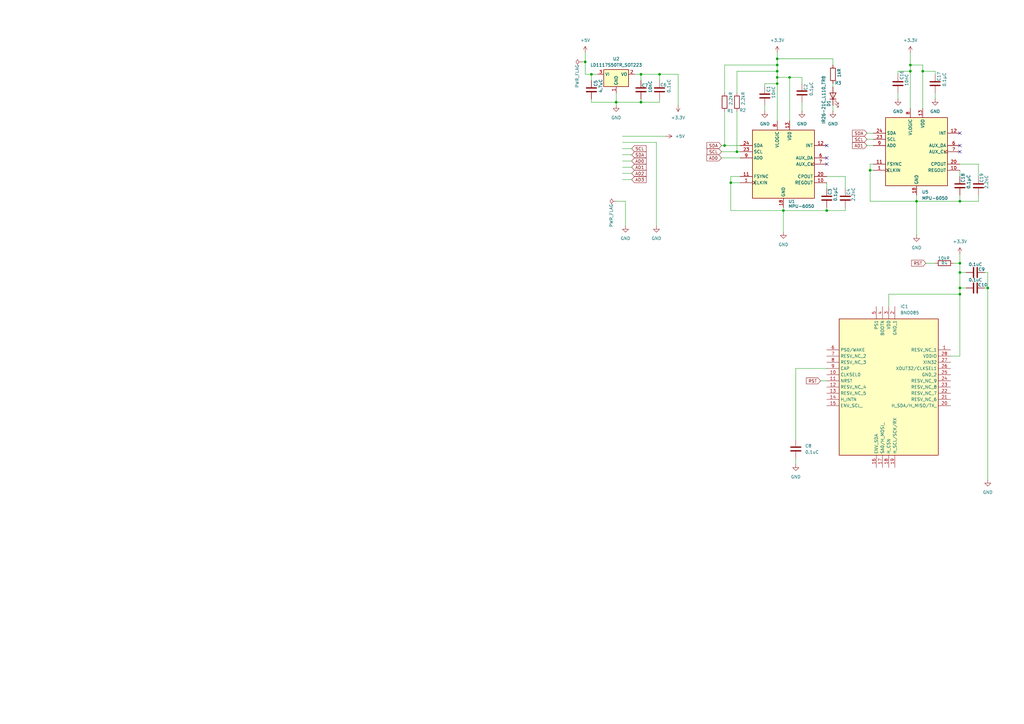
<source format=kicad_sch>
(kicad_sch (version 20231120) (generator "eeschema") (generator_version "8.0")
  (paper "A3")
  (lib_symbols
    (symbol "BNO085:BNO085"
      (property "Reference" "IC" (at 46.99 17.78 0))
      (property "Value" "BNO085" (at 46.99 15.24 0))
      (symbol "BNO085_1_1"
        (rectangle (start 5.08 12.7) (end 45.72 -43.18) (stroke (width 0.254)) (fill (type background)))
        (pin passive line (at 50.8 0 180) (length 5.08) (name "RESV_NC_1") (number "1"))
        (pin passive line (at 0 -10.16 0) (length 5.08) (name "CLKSEL0") (number "10"))
        (pin passive line (at 0 -12.7 0) (length 5.08) (name "NRST") (number "11"))
        (pin passive line (at 0 -15.24 0) (length 5.08) (name "RESV_NC_4") (number "12"))
        (pin passive line (at 0 -17.78 0) (length 5.08) (name "RESV_NC_5") (number "13"))
        (pin passive line (at 0 -20.32 0) (length 5.08) (name "H_INTN") (number "14"))
        (pin passive line (at 0 -22.86 0) (length 5.08) (name "ENV_SCL_") (number "15"))
        (pin passive line (at 20.32 -48.26 90) (length 5.08) (name "ENV_SDA") (number "16"))
        (pin passive line (at 22.86 -48.26 90) (length 5.08) (name "SA0/H_MOSI_") (number "17"))
        (pin passive line (at 25.4 -48.26 90) (length 5.08) (name "H_CSN") (number "18"))
        (pin passive line (at 27.94 -48.26 90) (length 5.08) (name "H_SCL/SCK/RX") (number "19"))
        (pin passive line (at 27.94 17.78 270) (length 5.08) (name "GND_1") (number "2"))
        (pin passive line (at 50.8 -22.86 180) (length 5.08) (name "H_SDA/H_MISO/TX_") (number "20"))
        (pin passive line (at 50.8 -20.32 180) (length 5.08) (name "RESV_NC_6") (number "21"))
        (pin passive line (at 50.8 -17.78 180) (length 5.08) (name "RESV_NC_7") (number "22"))
        (pin passive line (at 50.8 -15.24 180) (length 5.08) (name "RESV_NC_8") (number "23"))
        (pin passive line (at 50.8 -12.7 180) (length 5.08) (name "RESV_NC_9") (number "24"))
        (pin passive line (at 50.8 -10.16 180) (length 5.08) (name "GND_2") (number "25"))
        (pin passive line (at 50.8 -7.62 180) (length 5.08) (name "XOUT32/CLKSEL1") (number "26"))
        (pin passive line (at 50.8 -5.08 180) (length 5.08) (name "XIN32") (number "27"))
        (pin passive line (at 50.8 -2.54 180) (length 5.08) (name "VDDIO") (number "28"))
        (pin passive line (at 25.4 17.78 270) (length 5.08) (name "VDD") (number "3"))
        (pin passive line (at 22.86 17.78 270) (length 5.08) (name "BOOTN") (number "4"))
        (pin passive line (at 20.32 17.78 270) (length 5.08) (name "PS1") (number "5"))
        (pin passive line (at 0 0 0) (length 5.08) (name "PS0/WAKE") (number "6"))
        (pin passive line (at 0 -2.54 0) (length 5.08) (name "RESV_NC_2") (number "7"))
        (pin passive line (at 0 -5.08 0) (length 5.08) (name "RESV_NC_3") (number "8"))
        (pin passive line (at 0 -7.62 0) (length 5.08) (name "CAP") (number "9"))
      )
    )
    (symbol "Device:C" (pin_numbers hide) (pin_names (offset 0.254))
      (property "Reference" "C" (at 0.635 2.54 0))
      (property "Value" "C" (at 0.635 -2.54 0))
      (symbol "C_0_1"
        (polyline (pts (xy -2.032 -0.762) (xy 2.032 -0.762)) (stroke (width 0.508)))
        (polyline (pts (xy -2.032 0.762) (xy 2.032 0.762)) (stroke (width 0.508)))
      )
      (symbol "C_1_1"
        (pin passive line (at 0 3.81 270) (length 2.794) (name "~") (number "1"))
        (pin passive line (at 0 -3.81 90) (length 2.794) (name "~") (number "2"))
      )
    )
    (symbol "Device:R" (pin_numbers hide) (pin_names (offset 0))
      (property "Reference" "R" (at 2.032 0 90))
      (property "Value" "R" (at 0 0 90))
      (symbol "R_0_1"
        (rectangle (start -1.016 -2.54) (end 1.016 2.54) (stroke (width 0.254)))
      )
      (symbol "R_1_1"
        (pin passive line (at 0 3.81 270) (length 1.27) (name "~") (number "1"))
        (pin passive line (at 0 -3.81 90) (length 1.27) (name "~") (number "2"))
      )
    )
    (symbol "LED:IR26-21C_L110_TR8" (pin_numbers hide) (pin_names (offset 1.016) hide)
      (property "Reference" "D" (at 0 2.54 0))
      (property "Value" "IR26-21C_L110_TR8" (at 0 -3.81 0))
      (symbol "IR26-21C_L110_TR8_0_1"
        (polyline (pts (xy -1.27 -1.27) (xy -1.27 1.27)) (stroke (width 0.254)))
        (polyline (pts (xy -1.27 0) (xy 1.27 0)))
        (polyline (pts (xy 1.27 -1.27) (xy 1.27 1.27) (xy -1.27 0) (xy 1.27 -1.27)) (stroke (width 0.254)))
        (polyline (pts (xy -3.048 -0.762) (xy -4.572 -2.286) (xy -3.81 -2.286) (xy -4.572 -2.286) (xy -4.572 -1.524)))
        (polyline (pts (xy -1.778 -0.762) (xy -3.302 -2.286) (xy -2.54 -2.286) (xy -3.302 -2.286) (xy -3.302 -1.524)))
      )
      (symbol "IR26-21C_L110_TR8_1_1"
        (pin passive line (at -3.81 0 0) (length 2.54) (name "K") (number "1"))
        (pin passive line (at 3.81 0 180) (length 2.54) (name "A") (number "2"))
      )
    )
    (symbol "Regulator_Linear:LD1117S50TR_SOT223"
      (property "Reference" "U" (at -3.81 3.175 0))
      (property "Value" "LD1117S50TR_SOT223" (at 0 3.175 0))
      (symbol "LD1117S50TR_SOT223_0_1"
        (rectangle (start -5.08 -5.08) (end 5.08 1.905) (stroke (width 0.254)) (fill (type background)))
      )
      (symbol "LD1117S50TR_SOT223_1_1"
        (pin power_in line (at 0 -7.62 90) (length 2.54) (name "GND") (number "1"))
        (pin power_out line (at 7.62 0 180) (length 2.54) (name "VO") (number "2"))
        (pin power_in line (at -7.62 0 0) (length 2.54) (name "VI") (number "3"))
      )
    )
    (symbol "Sensor_Motion:MPU-6050"
      (property "Reference" "U" (at -11.43 13.97 0))
      (property "Value" "MPU-6050" (at 7.62 -15.24 0))
      (symbol "MPU-6050_0_0"
        (text "" (at 12.7 -2.54 0) (effects (font (size 1.27 1.27))))
      )
      (symbol "MPU-6050_0_1"
        (rectangle (start -12.7 13.97) (end 12.7 -13.97) (stroke (width 0.254)) (fill (type background)))
      )
      (symbol "MPU-6050_1_1"
        (pin input clock (at -17.78 -7.62 0) (length 5.08) (name "CLKIN") (number "1"))
        (pin passive line (at 17.78 -7.62 180) (length 5.08) (name "REGOUT") (number "10"))
        (pin input line (at -17.78 -5.08 0) (length 5.08) (name "FSYNC") (number "11"))
        (pin output line (at 17.78 7.62 180) (length 5.08) (name "INT") (number "12"))
        (pin power_in line (at 2.54 17.78 270) (length 3.81) (name "VDD") (number "13"))
        (pin no_connect line (at -12.7 -10.16 0) (length 2.54) hide (name "NC") (number "14"))
        (pin no_connect line (at 12.7 12.7 180) (length 2.54) hide (name "NC") (number "15"))
        (pin no_connect line (at 12.7 10.16 180) (length 2.54) hide (name "NC") (number "16"))
        (pin no_connect line (at 12.7 5.08 180) (length 2.54) hide (name "NC") (number "17"))
        (pin power_in line (at 0 -17.78 90) (length 3.81) (name "GND") (number "18"))
        (pin no_connect line (at 12.7 -10.16 180) (length 2.54) hide (name "RESV") (number "19"))
        (pin no_connect line (at -12.7 12.7 0) (length 2.54) hide (name "NC") (number "2"))
        (pin passive line (at 17.78 -5.08 180) (length 5.08) (name "CPOUT") (number "20"))
        (pin no_connect line (at 12.7 -2.54 180) (length 2.54) hide (name "RESV") (number "21"))
        (pin no_connect line (at 12.7 -12.7 180) (length 2.54) hide (name "RESV") (number "22"))
        (pin input line (at -17.78 5.08 0) (length 5.08) (name "SCL") (number "23"))
        (pin bidirectional line (at -17.78 7.62 0) (length 5.08) (name "SDA") (number "24"))
        (pin no_connect line (at -12.7 10.16 0) (length 2.54) hide (name "NC") (number "3"))
        (pin no_connect line (at -12.7 0 0) (length 2.54) hide (name "NC") (number "4"))
        (pin no_connect line (at -12.7 -2.54 0) (length 2.54) hide (name "NC") (number "5"))
        (pin bidirectional line (at 17.78 2.54 180) (length 5.08) (name "AUX_DA") (number "6"))
        (pin output clock (at 17.78 0 180) (length 5.08) (name "AUX_CL") (number "7"))
        (pin power_in line (at -2.54 17.78 270) (length 3.81) (name "VLOGIC") (number "8"))
        (pin input line (at -17.78 2.54 0) (length 5.08) (name "AD0") (number "9"))
      )
    )
    (symbol "power:+3.3V" (power) (pin_numbers hide) (pin_names (offset 0) hide)
      (property "Value" "+3.3V" (at 0 3.556 0))
      (symbol "+3.3V_0_1"
        (polyline (pts (xy -0.762 1.27) (xy 0 2.54)))
        (polyline (pts (xy 0 0) (xy 0 2.54)))
        (polyline (pts (xy 0 2.54) (xy 0.762 1.27)))
      )
      (symbol "+3.3V_1_1"
        (pin power_in line (at 0 0 90) (length 0) (name "~") (number "1"))
      )
    )
    (symbol "power:+5V" (power) (pin_numbers hide) (pin_names (offset 0) hide)
      (property "Value" "+5V" (at 0 3.556 0))
      (symbol "+5V_0_1"
        (polyline (pts (xy -0.762 1.27) (xy 0 2.54)))
        (polyline (pts (xy 0 0) (xy 0 2.54)))
        (polyline (pts (xy 0 2.54) (xy 0.762 1.27)))
      )
      (symbol "+5V_1_1"
        (pin power_in line (at 0 0 90) (length 0) (name "~") (number "1"))
      )
    )
    (symbol "power:GND" (power) (pin_numbers hide) (pin_names (offset 0) hide)
      (property "Value" "GND" (at 0 -3.81 0))
      (symbol "GND_0_1"
        (polyline (pts (xy 0 0) (xy 0 -1.27) (xy 1.27 -1.27) (xy 0 -2.54) (xy -1.27 -1.27) (xy 0 -1.27)))
      )
      (symbol "GND_1_1"
        (pin power_in line (at 0 0 270) (length 0) (name "~") (number "1"))
      )
    )
    (symbol "power:PWR_FLAG" (power) (pin_numbers hide) (pin_names (offset 0) hide)
      (property "Value" "PWR_FLAG" (at 0 3.81 0))
      (symbol "PWR_FLAG_0_0"
        (pin power_out line (at 0 0 90) (length 0) (name "~") (number "1"))
      )
      (symbol "PWR_FLAG_0_1"
        (polyline (pts (xy 0 0) (xy 0 1.27) (xy -1.016 1.905) (xy 0 2.54) (xy 1.016 1.905) (xy 0 1.27)))
      )
    )
  )
  (junction (at 302.26 62.23))
  (junction (at 323.85 31.75))
  (junction (at 318.77 29.21))
  (junction (at 393.7 120.65))
  (junction (at 373.38 29.21))
  (junction (at 378.46 29.21))
  (junction (at 373.38 26.67))
  (junction (at 262.89 30.48))
  (junction (at 318.77 24.13))
  (junction (at 405.13 118.11))
  (junction (at 318.77 26.67))
  (junction (at 339.09 86.36))
  (junction (at 299.72 74.93))
  (junction (at 321.31 86.36))
  (junction (at 393.7 111.76))
  (junction (at 318.77 31.75))
  (junction (at 393.7 118.11))
  (junction (at 242.57 30.48))
  (junction (at 297.18 59.69))
  (junction (at 375.92 82.55))
  (junction (at 270.51 30.48))
  (junction (at 252.73 41.91))
  (junction (at 240.03 25.4))
  (junction (at 356.87 69.85))
  (junction (at 318.77 34.29))
  (junction (at 393.7 82.55))
  (junction (at 393.7 107.95))
  (junction (at 262.89 41.91))
  (no_connect (at 339.09 67.31))
  (no_connect (at 393.7 54.61))
  (no_connect (at 393.7 62.23))
  (no_connect (at 339.09 64.77))
  (no_connect (at 339.09 59.69))
  (no_connect (at 393.7 59.69))
  (wire (pts (xy 356.87 69.85) (xy 358.14 69.85)))
  (wire (pts (xy 260.35 30.48) (xy 262.89 30.48)))
  (wire (pts (xy 379.73 107.95) (xy 383.54 107.95)))
  (wire (pts (xy 313.69 35.56) (xy 313.69 34.29)))
  (wire (pts (xy 302.26 45.72) (xy 302.26 62.23)))
  (wire (pts (xy 270.51 40.64) (xy 270.51 41.91)))
  (wire (pts (xy 405.13 118.11) (xy 403.86 118.11)))
  (wire (pts (xy 297.18 38.1) (xy 297.18 26.67)))
  (wire (pts (xy 255.27 68.58) (xy 259.08 68.58)))
  (wire (pts (xy 242.57 30.48) (xy 245.11 30.48)))
  (wire (pts (xy 393.7 104.14) (xy 393.7 107.95)))
  (wire (pts (xy 346.71 86.36) (xy 339.09 86.36)))
  (wire (pts (xy 328.93 41.91) (xy 328.93 45.72)))
  (wire (pts (xy 252.73 41.91) (xy 252.73 43.18)))
  (wire (pts (xy 262.89 41.91) (xy 270.51 41.91)))
  (wire (pts (xy 393.7 80.01) (xy 393.7 82.55)))
  (wire (pts (xy 401.32 82.55) (xy 393.7 82.55)))
  (wire (pts (xy 373.38 21.59) (xy 373.38 26.67)))
  (wire (pts (xy 373.38 26.67) (xy 378.46 26.67)))
  (wire (pts (xy 355.6 59.69) (xy 358.14 59.69)))
  (wire (pts (xy 321.31 86.36) (xy 321.31 95.25)))
  (wire (pts (xy 242.57 30.48) (xy 242.57 33.02)))
  (wire (pts (xy 328.93 34.29) (xy 328.93 31.75)))
  (wire (pts (xy 299.72 74.93) (xy 299.72 86.36)))
  (wire (pts (xy 339.09 74.93) (xy 339.09 77.47)))
  (wire (pts (xy 393.7 111.76) (xy 393.7 118.11)))
  (wire (pts (xy 313.69 34.29) (xy 318.77 34.29)))
  (wire (pts (xy 252.73 82.55) (xy 256.54 82.55)))
  (wire (pts (xy 302.26 29.21) (xy 318.77 29.21)))
  (wire (pts (xy 405.13 118.11) (xy 405.13 196.85)))
  (wire (pts (xy 383.54 29.21) (xy 378.46 29.21)))
  (wire (pts (xy 242.57 40.64) (xy 242.57 41.91)))
  (wire (pts (xy 393.7 118.11) (xy 393.7 120.65)))
  (wire (pts (xy 318.77 34.29) (xy 318.77 49.53)))
  (wire (pts (xy 255.27 63.5) (xy 259.08 63.5)))
  (wire (pts (xy 238.76 25.4) (xy 240.03 25.4)))
  (wire (pts (xy 252.73 41.91) (xy 262.89 41.91)))
  (wire (pts (xy 368.3 30.48) (xy 368.3 29.21)))
  (wire (pts (xy 302.26 62.23) (xy 303.53 62.23)))
  (wire (pts (xy 393.7 146.05) (xy 389.89 146.05)))
  (wire (pts (xy 355.6 57.15) (xy 358.14 57.15)))
  (wire (pts (xy 383.54 30.48) (xy 383.54 29.21)))
  (wire (pts (xy 341.63 34.29) (xy 341.63 35.56)))
  (wire (pts (xy 356.87 67.31) (xy 356.87 69.85)))
  (wire (pts (xy 270.51 30.48) (xy 278.13 30.48)))
  (wire (pts (xy 269.24 58.42) (xy 269.24 92.71)))
  (wire (pts (xy 262.89 30.48) (xy 262.89 33.02)))
  (wire (pts (xy 393.7 107.95) (xy 393.7 111.76)))
  (wire (pts (xy 262.89 30.48) (xy 270.51 30.48)))
  (wire (pts (xy 318.77 26.67) (xy 318.77 29.21)))
  (wire (pts (xy 368.3 29.21) (xy 373.38 29.21)))
  (wire (pts (xy 393.7 120.65) (xy 364.49 120.65)))
  (wire (pts (xy 378.46 26.67) (xy 378.46 29.21)))
  (wire (pts (xy 240.03 21.59) (xy 240.03 25.4)))
  (wire (pts (xy 295.91 62.23) (xy 302.26 62.23)))
  (wire (pts (xy 393.7 118.11) (xy 396.24 118.11)))
  (wire (pts (xy 326.39 151.13) (xy 339.09 151.13)))
  (wire (pts (xy 339.09 85.09) (xy 339.09 86.36)))
  (wire (pts (xy 356.87 82.55) (xy 375.92 82.55)))
  (wire (pts (xy 346.71 85.09) (xy 346.71 86.36)))
  (wire (pts (xy 368.3 38.1) (xy 368.3 40.64)))
  (wire (pts (xy 405.13 111.76) (xy 405.13 118.11)))
  (wire (pts (xy 318.77 21.59) (xy 318.77 24.13)))
  (wire (pts (xy 240.03 30.48) (xy 242.57 30.48)))
  (wire (pts (xy 297.18 26.67) (xy 318.77 26.67)))
  (wire (pts (xy 321.31 85.09) (xy 321.31 86.36)))
  (wire (pts (xy 270.51 30.48) (xy 270.51 33.02)))
  (wire (pts (xy 346.71 72.39) (xy 346.71 77.47)))
  (wire (pts (xy 326.39 187.96) (xy 326.39 190.5)))
  (wire (pts (xy 318.77 24.13) (xy 318.77 26.67)))
  (wire (pts (xy 297.18 59.69) (xy 303.53 59.69)))
  (wire (pts (xy 302.26 38.1) (xy 302.26 29.21)))
  (wire (pts (xy 321.31 86.36) (xy 339.09 86.36)))
  (wire (pts (xy 297.18 45.72) (xy 297.18 59.69)))
  (wire (pts (xy 393.7 69.85) (xy 393.7 72.39)))
  (wire (pts (xy 295.91 64.77) (xy 303.53 64.77)))
  (wire (pts (xy 373.38 29.21) (xy 373.38 44.45)))
  (wire (pts (xy 403.86 111.76) (xy 405.13 111.76)))
  (wire (pts (xy 393.7 120.65) (xy 393.7 146.05)))
  (wire (pts (xy 401.32 67.31) (xy 401.32 72.39)))
  (wire (pts (xy 341.63 24.13) (xy 341.63 26.67)))
  (wire (pts (xy 240.03 25.4) (xy 240.03 30.48)))
  (wire (pts (xy 375.92 82.55) (xy 393.7 82.55)))
  (wire (pts (xy 299.72 74.93) (xy 303.53 74.93)))
  (wire (pts (xy 391.16 107.95) (xy 393.7 107.95)))
  (wire (pts (xy 393.7 111.76) (xy 396.24 111.76)))
  (wire (pts (xy 255.27 55.88) (xy 273.05 55.88)))
  (wire (pts (xy 242.57 41.91) (xy 252.73 41.91)))
  (wire (pts (xy 295.91 59.69) (xy 297.18 59.69)))
  (wire (pts (xy 339.09 72.39) (xy 346.71 72.39)))
  (wire (pts (xy 318.77 24.13) (xy 341.63 24.13)))
  (wire (pts (xy 401.32 80.01) (xy 401.32 82.55)))
  (wire (pts (xy 252.73 38.1) (xy 252.73 41.91)))
  (wire (pts (xy 255.27 66.04) (xy 259.08 66.04)))
  (wire (pts (xy 355.6 54.61) (xy 358.14 54.61)))
  (wire (pts (xy 299.72 72.39) (xy 299.72 74.93)))
  (wire (pts (xy 378.46 29.21) (xy 378.46 44.45)))
  (wire (pts (xy 328.93 31.75) (xy 323.85 31.75)))
  (wire (pts (xy 326.39 180.34) (xy 326.39 151.13)))
  (wire (pts (xy 255.27 58.42) (xy 269.24 58.42)))
  (wire (pts (xy 318.77 29.21) (xy 318.77 31.75)))
  (wire (pts (xy 393.7 67.31) (xy 401.32 67.31)))
  (wire (pts (xy 364.49 120.65) (xy 364.49 125.73)))
  (wire (pts (xy 323.85 31.75) (xy 323.85 49.53)))
  (wire (pts (xy 255.27 73.66) (xy 259.08 73.66)))
  (wire (pts (xy 373.38 26.67) (xy 373.38 29.21)))
  (wire (pts (xy 278.13 30.48) (xy 278.13 43.18)))
  (wire (pts (xy 262.89 40.64) (xy 262.89 41.91)))
  (wire (pts (xy 255.27 71.12) (xy 259.08 71.12)))
  (wire (pts (xy 341.63 43.18) (xy 341.63 45.72)))
  (wire (pts (xy 336.55 156.21) (xy 339.09 156.21)))
  (wire (pts (xy 299.72 86.36) (xy 321.31 86.36)))
  (wire (pts (xy 256.54 82.55) (xy 256.54 92.71)))
  (wire (pts (xy 383.54 38.1) (xy 383.54 40.64)))
  (wire (pts (xy 318.77 31.75) (xy 318.77 34.29)))
  (wire (pts (xy 356.87 69.85) (xy 356.87 82.55)))
  (wire (pts (xy 375.92 82.55) (xy 375.92 96.52)))
  (wire (pts (xy 313.69 43.18) (xy 313.69 45.72)))
  (wire (pts (xy 255.27 60.96) (xy 259.08 60.96)))
  (wire (pts (xy 303.53 72.39) (xy 299.72 72.39)))
  (wire (pts (xy 358.14 67.31) (xy 356.87 67.31)))
  (wire (pts (xy 375.92 80.01) (xy 375.92 82.55)))
  (wire (pts (xy 318.77 31.75) (xy 323.85 31.75)))
  (global_label "AD1" (shape input) (at 259.08 68.58 0) (property "Intersheetrefs" "${INTERSHEET_REFS}" (effects (hide yes))))
  (global_label "SDA" (shape input) (at 259.08 63.5 0) (property "Intersheetrefs" "${INTERSHEET_REFS}" (effects (hide yes))))
  (global_label "SCL" (shape input) (at 259.08 60.96 0) (property "Intersheetrefs" "${INTERSHEET_REFS}" (effects (hide yes))))
  (global_label "RST" (shape input) (at 379.73 107.95 180) (property "Intersheetrefs" "${INTERSHEET_REFS}" (effects (hide yes))))
  (global_label "AD0" (shape input) (at 295.91 64.77 180) (property "Intersheetrefs" "${INTERSHEET_REFS}" (effects (hide yes))))
  (global_label "AD0" (shape input) (at 259.08 66.04 0) (property "Intersheetrefs" "${INTERSHEET_REFS}" (effects (hide yes))))
  (global_label "SCL" (shape input) (at 355.6 57.15 180) (property "Intersheetrefs" "${INTERSHEET_REFS}" (effects (hide yes))))
  (global_label "SCL" (shape input) (at 295.91 62.23 180) (property "Intersheetrefs" "${INTERSHEET_REFS}" (effects (hide yes))))
  (global_label "SDA" (shape input) (at 355.6 54.61 180) (property "Intersheetrefs" "${INTERSHEET_REFS}" (effects (hide yes))))
  (global_label "AD2" (shape input) (at 259.08 71.12 0) (property "Intersheetrefs" "${INTERSHEET_REFS}" (effects (hide yes))))
  (global_label "AD1" (shape input) (at 355.6 59.69 180) (property "Intersheetrefs" "${INTERSHEET_REFS}" (effects (hide yes))))
  (global_label "SDA" (shape input) (at 295.91 59.69 180) (property "Intersheetrefs" "${INTERSHEET_REFS}" (effects (hide yes))))
  (global_label "RST" (shape input) (at 336.55 156.21 180) (property "Intersheetrefs" "${INTERSHEET_REFS}" (effects (hide yes))))
  (global_label "AD3" (shape input) (at 259.08 73.66 0) (property "Intersheetrefs" "${INTERSHEET_REFS}" (effects (hide yes))))
  (symbol (lib_id "Sensor_Motion:MPU-6050") (at 375.92 62.23 0) (unit 1)
    (property "Reference" "U5" (at 378.1141 78.74 0) (effects (justify left)))
    (property "Value" "MPU-6050" (at 378.1141 81.28 0) (effects (justify left)))
    (property "Footprint" "Sensor_Motion:InvenSense_QFN-24_4x4mm_P0.5mm" (effects (hide yes)))
    (property "Datasheet" "https://invensense.tdk.com/wp-content/uploads/2015/02/MPU-6000-Datasheet1.pdf" (effects (hide yes)))
    (property "Description" "InvenSense 6-Axis Motion Sensor, Gyroscope, Accelerometer, I2C" (effects (hide yes)))
  )
  (symbol (lib_id "power:GND") (at 269.24 92.71 0) (unit 1)
    (property "Reference" "#PWR011" (effects (hide yes)))
    (property "Value" "GND" (at 269.24 97.79 0))
    (property "Description" "Power symbol creates a global label with name \"GND\" , ground" (effects (hide yes)))
  )
  (symbol (lib_id "LED:IR26-21C_L110_TR8") (at 341.63 39.37 90) (unit 1)
    (property "Reference" "D1" (at 339.852 42.418 0))
    (property "Value" "IR26-21C_L110_TR8" (at 337.82 40.9575 0))
    (property "Footprint" "LED_SMD:LED_1206_3216Metric" (effects (hide yes)))
    (property "Datasheet" "http://www.everlight.com/file/ProductFile/IR26-21C-L110-TR8.pdf" (effects (hide yes)))
    (property "Description" "940nm, 20 deg, Infrared LED, 1206" (effects (hide yes)))
  )
  (symbol (lib_id "Sensor_Motion:MPU-6050") (at 321.31 67.31 0) (unit 1)
    (property "Reference" "U1" (at 323.342 82.55 0) (effects (justify left)))
    (property "Value" "MPU-6050" (at 323.342 84.582 0) (effects (justify left)))
    (property "Footprint" "Sensor_Motion:InvenSense_QFN-24_4x4mm_P0.5mm" (effects (hide yes)))
    (property "Datasheet" "https://invensense.tdk.com/wp-content/uploads/2015/02/MPU-6000-Datasheet1.pdf" (effects (hide yes)))
    (property "Description" "InvenSense 6-Axis Motion Sensor, Gyroscope, Accelerometer, I2C" (effects (hide yes)))
  )
  (symbol (lib_id "power:GND") (at 341.63 45.72 0) (unit 1)
    (property "Reference" "#PWR07" (effects (hide yes)))
    (property "Value" "GND" (at 341.63 50.8 0))
    (property "Description" "Power symbol creates a global label with name \"GND\" , ground" (effects (hide yes)))
  )
  (symbol (lib_id "Device:C") (at 346.71 81.28 0) (unit 1)
    (property "Reference" "C4" (at 347.98 80.01 90) (effects (justify left)))
    (property "Value" "2.2nC" (at 350.012 82.55 90) (effects (justify left)))
    (property "Footprint" "Capacitor_SMD:C_0603_1608Metric_Pad1.08x0.95mm_HandSolder" (effects (hide yes)))
    (property "Description" "Unpolarized capacitor" (effects (hide yes)))
  )
  (symbol (lib_id "Device:C") (at 270.51 36.83 0) (unit 1)
    (property "Reference" "C6" (at 270.764 34.798 0) (effects (justify left)))
    (property "Value" "0.1uC" (at 274.32 38.0999 90) (effects (justify left)))
    (property "Footprint" "Capacitor_SMD:C_0603_1608Metric_Pad1.08x0.95mm_HandSolder" (effects (hide yes)))
    (property "Description" "Unpolarized capacitor" (effects (hide yes)))
  )
  (symbol (lib_id "Device:C") (at 400.05 111.76 270) (unit 1)
    (property "Reference" "C9" (at 402.59 110.49 90))
    (property "Value" "0.1uC" (at 400.05 108.458 90))
    (property "Description" "Unpolarized capacitor" (effects (hide yes)))
  )
  (symbol (lib_id "power:GND") (at 375.92 96.52 0) (unit 1)
    (property "Reference" "#PWR021" (effects (hide yes)))
    (property "Value" "GND" (at 375.92 101.6 0))
    (property "Description" "Power symbol creates a global label with name \"GND\" , ground" (effects (hide yes)))
  )
  (symbol (lib_id "power:PWR_FLAG") (at 252.73 82.55 90) (unit 1)
    (property "Reference" "#FLG02" (effects (hide yes)))
    (property "Value" "PWR_FLAG" (at 250.698 83.566 0) (effects (justify right)))
    (property "Description" "Special symbol for telling ERC where power comes from" (effects (hide yes)))
  )
  (symbol (lib_id "Device:C") (at 339.09 81.28 0) (unit 1)
    (property "Reference" "C3" (at 340.36 80.01 90) (effects (justify left)))
    (property "Value" "0.1µC" (at 342.646 82.55 90) (effects (justify left)))
    (property "Footprint" "Capacitor_SMD:C_0603_1608Metric_Pad1.08x0.95mm_HandSolder" (effects (hide yes)))
    (property "Description" "Unpolarized capacitor" (effects (hide yes)))
  )
  (symbol (lib_id "Device:C") (at 262.89 36.83 0) (unit 1)
    (property "Reference" "C7" (at 263.144 35.052 0) (effects (justify left)))
    (property "Value" "10nC" (at 266.7 38.0999 90) (effects (justify left)))
    (property "Footprint" "Capacitor_SMD:C_0603_1608Metric_Pad1.08x0.95mm_HandSolder" (effects (hide yes)))
    (property "Description" "Unpolarized capacitor" (effects (hide yes)))
  )
  (symbol (lib_id "power:+5V") (at 240.03 21.59 0) (unit 1)
    (property "Reference" "#PWR06" (effects (hide yes)))
    (property "Value" "+5V" (at 240.03 16.51 0))
    (property "Description" "Power symbol creates a global label with name \"+5V\"" (effects (hide yes)))
  )
  (symbol (lib_id "Regulator_Linear:LD1117S50TR_SOT223") (at 252.73 30.48 0) (unit 1)
    (property "Reference" "U2" (at 252.73 24.13 0))
    (property "Value" "LD1117S50TR_SOT223" (at 252.73 26.67 0))
    (property "Footprint" "Package_TO_SOT_SMD:SOT-223-3_TabPin2" (effects (hide yes)))
    (property "Datasheet" "http://www.st.com/st-web-ui/static/active/en/resource/technical/document/datasheet/CD00000544.pdf" (effects (hide yes)))
    (property "Description" "800mA Fixed Low Drop Positive Voltage Regulator, Fixed Output 5.0V, SOT-223" (effects (hide yes)))
  )
  (symbol (lib_id "power:+3.3V") (at 278.13 43.18 180) (unit 1)
    (property "Reference" "#PWR09" (effects (hide yes)))
    (property "Value" "+3.3V" (at 278.13 48.26 0))
    (property "Description" "Power symbol creates a global label with name \"+3.3V\"" (effects (hide yes)))
  )
  (symbol (lib_id "Device:C") (at 242.57 36.83 0) (unit 1)
    (property "Reference" "C5" (at 244.348 35.56 90) (effects (justify left)))
    (property "Value" "4.7uC" (at 246.38 38.0999 90) (effects (justify left)))
    (property "Footprint" "Capacitor_SMD:C_0603_1608Metric_Pad1.08x0.95mm_HandSolder" (effects (hide yes)))
    (property "Description" "Unpolarized capacitor" (effects (hide yes)))
  )
  (symbol (lib_id "Device:R") (at 341.63 30.48 0) (unit 1)
    (property "Reference" "R3" (at 342.392 34.036 0) (effects (justify left)))
    (property "Value" "1kR" (at 344.17 31.7499 90) (effects (justify left)))
    (property "Footprint" "Resistor_SMD:R_0603_1608Metric_Pad0.98x0.95mm_HandSolder" (effects (hide yes)))
    (property "Description" "Resistor" (effects (hide yes)))
  )
  (symbol (lib_id "power:GND") (at 405.13 196.85 0) (unit 1)
    (property "Reference" "#PWR013" (effects (hide yes)))
    (property "Value" "GND" (at 405.13 201.93 0))
    (property "Description" "Power symbol creates a global label with name \"GND\" , ground" (effects (hide yes)))
  )
  (symbol (lib_id "power:+3.3V") (at 318.77 21.59 0) (unit 1)
    (property "Reference" "#PWR05" (effects (hide yes)))
    (property "Value" "+3.3V" (at 318.77 16.51 0))
    (property "Description" "Power symbol creates a global label with name \"+3.3V\"" (effects (hide yes)))
  )
  (symbol (lib_id "Device:C") (at 393.7 76.2 0) (unit 1)
    (property "Reference" "C18" (at 394.97 74.93 90) (effects (justify left)))
    (property "Value" "0.1µC" (at 397.256 77.47 90) (effects (justify left)))
    (property "Footprint" "Capacitor_SMD:C_0603_1608Metric_Pad1.08x0.95mm_HandSolder" (effects (hide yes)))
    (property "Description" "Unpolarized capacitor" (effects (hide yes)))
  )
  (symbol (lib_id "Device:C") (at 400.05 118.11 270) (unit 1)
    (property "Reference" "C10" (at 403.098 116.84 90))
    (property "Value" "0.1uC" (at 400.05 114.808 90))
    (property "Description" "Unpolarized capacitor" (effects (hide yes)))
  )
  (symbol (lib_id "power:GND") (at 328.93 45.72 0) (unit 1)
    (property "Reference" "#PWR02" (effects (hide yes)))
    (property "Value" "GND" (at 328.93 50.8 0))
    (property "Description" "Power symbol creates a global label with name \"GND\" , ground" (effects (hide yes)))
  )
  (symbol (lib_id "Device:R") (at 387.35 107.95 270) (unit 1)
    (property "Reference" "R4" (at 387.35 107.95 90))
    (property "Value" "10kR" (at 387.096 105.918 90))
    (property "Description" "Resistor" (effects (hide yes)))
  )
  (symbol (lib_id "power:GND") (at 368.3 40.64 0) (unit 1)
    (property "Reference" "#PWR019" (effects (hide yes)))
    (property "Value" "GND" (at 368.3 45.72 0))
    (property "Description" "Power symbol creates a global label with name \"GND\" , ground" (effects (hide yes)))
  )
  (symbol (lib_id "power:+3.3V") (at 373.38 21.59 0) (unit 1)
    (property "Reference" "#PWR020" (effects (hide yes)))
    (property "Value" "+3.3V" (at 373.38 16.51 0))
    (property "Description" "Power symbol creates a global label with name \"+3.3V\"" (effects (hide yes)))
  )
  (symbol (lib_id "power:+5V") (at 273.05 55.88 270) (unit 1)
    (property "Reference" "#PWR010" (effects (hide yes)))
    (property "Value" "+5V" (at 276.86 55.8799 90) (effects (justify left)))
    (property "Description" "Power symbol creates a global label with name \"+5V\"" (effects (hide yes)))
  )
  (symbol (lib_id "Device:C") (at 328.93 38.1 0) (unit 1)
    (property "Reference" "C2" (at 330.454 37.084 90) (effects (justify left)))
    (property "Value" "0.1µC" (at 332.74 39.3699 90) (effects (justify left)))
    (property "Footprint" "Capacitor_SMD:C_0603_1608Metric_Pad1.08x0.95mm_HandSolder" (effects (hide yes)))
    (property "Description" "Unpolarized capacitor" (effects (hide yes)))
  )
  (symbol (lib_id "power:GND") (at 313.69 45.72 0) (unit 1)
    (property "Reference" "#PWR04" (effects (hide yes)))
    (property "Value" "GND" (at 313.69 50.8 0))
    (property "Description" "Power symbol creates a global label with name \"GND\" , ground" (effects (hide yes)))
  )
  (symbol (lib_id "power:PWR_FLAG") (at 238.76 25.4 90) (unit 1)
    (property "Reference" "#FLG01" (effects (hide yes)))
    (property "Value" "PWR_FLAG" (at 236.728 26.416 0) (effects (justify right)))
    (property "Description" "Special symbol for telling ERC where power comes from" (effects (hide yes)))
  )
  (symbol (lib_id "Device:C") (at 383.54 34.29 0) (unit 1)
    (property "Reference" "C17" (at 385.064 33.274 90) (effects (justify left)))
    (property "Value" "0.1µC" (at 387.35 35.5599 90) (effects (justify left)))
    (property "Footprint" "Capacitor_SMD:C_0603_1608Metric_Pad1.08x0.95mm_HandSolder" (effects (hide yes)))
    (property "Description" "Unpolarized capacitor" (effects (hide yes)))
  )
  (symbol (lib_id "power:GND") (at 256.54 92.71 0) (unit 1)
    (property "Reference" "#PWR023" (effects (hide yes)))
    (property "Value" "GND" (at 256.54 97.79 0))
    (property "Description" "Power symbol creates a global label with name \"GND\" , ground" (effects (hide yes)))
  )
  (symbol (lib_id "power:GND") (at 252.73 43.18 0) (unit 1)
    (property "Reference" "#PWR08" (effects (hide yes)))
    (property "Value" "GND" (at 252.73 48.26 0))
    (property "Description" "Power symbol creates a global label with name \"GND\" , ground" (effects (hide yes)))
  )
  (symbol (lib_id "power:GND") (at 321.31 95.25 0) (unit 1)
    (property "Reference" "#PWR03" (effects (hide yes)))
    (property "Value" "GND" (at 321.31 100.33 0))
    (property "Description" "Power symbol creates a global label with name \"GND\" , ground" (effects (hide yes)))
  )
  (symbol (lib_id "Device:C") (at 401.32 76.2 0) (unit 1)
    (property "Reference" "C19" (at 402.59 74.93 90) (effects (justify left)))
    (property "Value" "2.2nC" (at 404.622 77.47 90) (effects (justify left)))
    (property "Footprint" "Capacitor_SMD:C_0603_1608Metric_Pad1.08x0.95mm_HandSolder" (effects (hide yes)))
    (property "Description" "Unpolarized capacitor" (effects (hide yes)))
  )
  (symbol (lib_id "power:GND") (at 383.54 40.64 0) (unit 1)
    (property "Reference" "#PWR022" (effects (hide yes)))
    (property "Value" "GND" (at 383.54 45.72 0))
    (property "Description" "Power symbol creates a global label with name \"GND\" , ground" (effects (hide yes)))
  )
  (symbol (lib_id "power:GND") (at 326.39 190.5 0) (unit 1)
    (property "Reference" "#PWR01" (effects (hide yes)))
    (property "Value" "GND" (at 326.39 195.58 0))
    (property "Description" "Power symbol creates a global label with name \"GND\" , ground" (effects (hide yes)))
  )
  (symbol (lib_id "Device:R") (at 302.26 41.91 0) (unit 1)
    (property "Reference" "R2" (at 303.276 45.212 0) (effects (justify left)))
    (property "Value" "2.2kR" (at 304.8 43.1799 90) (effects (justify left)))
    (property "Footprint" "Resistor_SMD:R_0603_1608Metric_Pad0.98x0.95mm_HandSolder" (effects (hide yes)))
    (property "Description" "Resistor" (effects (hide yes)))
  )
  (symbol (lib_id "power:+3.3V") (at 393.7 104.14 0) (unit 1)
    (property "Reference" "#PWR012" (effects (hide yes)))
    (property "Value" "+3.3V" (at 393.7 99.06 0))
    (property "Description" "Power symbol creates a global label with name \"+3.3V\"" (effects (hide yes)))
  )
  (symbol (lib_id "Device:R") (at 297.18 41.91 0) (unit 1)
    (property "Reference" "R1" (at 298.196 45.466 0) (effects (justify left)))
    (property "Value" "2.2kR" (at 299.72 43.1799 90) (effects (justify left)))
    (property "Footprint" "Resistor_SMD:R_0603_1608Metric_Pad0.98x0.95mm_HandSolder" (effects (hide yes)))
    (property "Description" "Resistor" (effects (hide yes)))
  )
  (symbol (lib_id "Device:C") (at 313.69 39.37 0) (unit 1)
    (property "Reference" "C1" (at 315.214 37.846 90) (effects (justify left)))
    (property "Value" "10nC" (at 317.246 40.386 90) (effects (justify left)))
    (property "Footprint" "Capacitor_SMD:C_0603_1608Metric_Pad1.08x0.95mm_HandSolder" (effects (hide yes)))
    (property "Description" "Unpolarized capacitor" (effects (hide yes)))
  )
  (symbol (lib_id "Device:C") (at 326.39 184.15 0) (unit 1)
    (property "Reference" "C8" (at 330.2 182.8799 0) (effects (justify left)))
    (property "Value" "0.1uC" (at 330.2 185.4199 0) (effects (justify left)))
    (property "Description" "Unpolarized capacitor" (effects (hide yes)))
  )
  (symbol (lib_id "BNO085:BNO085") (at 339.09 143.51 0) (unit 1)
    (property "Reference" "IC1" (at 369.2241 125.73 0) (effects (justify left)))
    (property "Value" "BNO085" (at 369.2241 128.27 0) (effects (justify left)))
    (property "Footprint" "BNO085:BNO085" (effects (hide yes)))
    (property "Datasheet" "https://www.ceva-dsp.com/wp-content/uploads/2019/10/BNO080_085-Datasheet.pdf" (effects (hide yes)))
    (property "Description" "Board Mount Motion & Position Sensors 9-axis IMU" (effects (hide yes)))
    (property "Height" "1.18" (effects (hide yes)))
    (property "Mouser Part Number" "526-BNO085" (effects (hide yes)))
    (property "Mouser Price/Stock" "https://www.mouser.co.uk/ProductDetail/CEVA/BNO085?qs=ulEaXIWI0c9BFVeZDQCmmQ%3D%3D" (effects (hide yes)))
    (property "Manufacturer_Name" "CEVA" (effects (hide yes)))
    (property "Manufacturer_Part_Number" "BNO085" (effects (hide yes)))
  )
  (symbol (lib_id "Device:C") (at 368.3 34.29 0) (unit 1)
    (property "Reference" "C16" (at 369.824 32.766 90) (effects (justify left)))
    (property "Value" "10nC" (at 371.856 35.306 90) (effects (justify left)))
    (property "Footprint" "Capacitor_SMD:C_0603_1608Metric_Pad1.08x0.95mm_HandSolder" (effects (hide yes)))
    (property "Description" "Unpolarized capacitor" (effects (hide yes)))
  )
)
</source>
